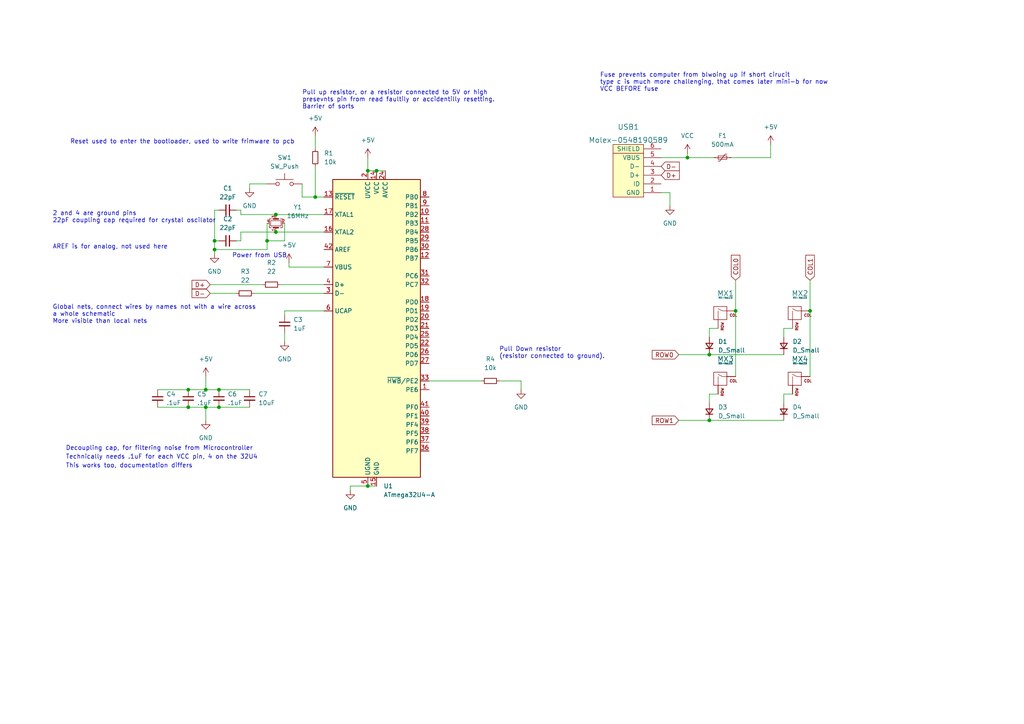
<source format=kicad_sch>
(kicad_sch (version 20211123) (generator eeschema)
  (paper "A4")
  (lib_symbols
    (symbol "Device:C_Small" (pin_numbers hide) (pin_names (offset 0.254) hide)
      (property "Reference" "C" (at 0.254 1.778 0))
      (property "Value" "C_Small" (at 0.254 -2.032 0))
      (symbol "C_Small_0_1"
        (polyline (pts (xy -1.524 -0.508) (xy 1.524 -0.508)) (stroke (width 0.3302)))
        (polyline (pts (xy -1.524 0.508) (xy 1.524 0.508)) (stroke (width 0.3048)))
      )
      (symbol "C_Small_1_1"
        (pin passive line (at 0 2.54 270) (length 2.032) (name "~") (number "1"))
        (pin passive line (at 0 -2.54 90) (length 2.032) (name "~") (number "2"))
      )
    )
    (symbol "Device:Crystal_GND24_Small" (pin_names (offset 1.016) hide)
      (property "Reference" "Y" (at 1.27 4.445 0))
      (property "Value" "Crystal_GND24_Small" (at 1.27 2.54 0))
      (symbol "Crystal_GND24_Small_0_1"
        (rectangle (start -0.762 -1.524) (end 0.762 1.524))
        (polyline (pts (xy -1.27 -0.762) (xy -1.27 0.762)) (stroke (width 0.381)))
        (polyline (pts (xy 1.27 -0.762) (xy 1.27 0.762)) (stroke (width 0.381)))
        (polyline (pts (xy -1.27 -1.27) (xy -1.27 -1.905) (xy 1.27 -1.905) (xy 1.27 -1.27)))
        (polyline (pts (xy -1.27 1.27) (xy -1.27 1.905) (xy 1.27 1.905) (xy 1.27 1.27)))
      )
      (symbol "Crystal_GND24_Small_1_1"
        (pin passive line (at -2.54 0 0) (length 1.27) (name "1") (number "1"))
        (pin passive line (at 0 -2.54 90) (length 0.635) (name "2") (number "2"))
        (pin passive line (at 2.54 0 180) (length 1.27) (name "3") (number "3"))
        (pin passive line (at 0 2.54 270) (length 0.635) (name "4") (number "4"))
      )
    )
    (symbol "Device:D_Small" (pin_numbers hide) (pin_names (offset 0.254) hide)
      (property "Reference" "D" (at -1.27 2.032 0))
      (property "Value" "D_Small" (at -3.81 -2.032 0))
      (symbol "D_Small_0_1"
        (polyline (pts (xy -0.762 -1.016) (xy -0.762 1.016)) (stroke (width 0.254)))
        (polyline (pts (xy -0.762 0) (xy 0.762 0)))
        (polyline (pts (xy 0.762 -1.016) (xy -0.762 0) (xy 0.762 1.016) (xy 0.762 -1.016)) (stroke (width 0.254)))
      )
      (symbol "D_Small_1_1"
        (pin passive line (at -2.54 0 0) (length 1.778) (name "K") (number "1"))
        (pin passive line (at 2.54 0 180) (length 1.778) (name "A") (number "2"))
      )
    )
    (symbol "Device:Polyfuse_Small" (pin_numbers hide) (pin_names (offset 0))
      (property "Reference" "F" (at -1.905 0 90))
      (property "Value" "Polyfuse_Small" (at 1.905 0 90))
      (symbol "Polyfuse_Small_0_1"
        (rectangle (start -0.508 1.27) (end 0.508 -1.27))
        (polyline (pts (xy 0 2.54) (xy 0 -2.54)))
        (polyline (pts (xy -1.016 1.27) (xy -1.016 0.762) (xy 1.016 -0.762) (xy 1.016 -1.27)))
      )
      (symbol "Polyfuse_Small_1_1"
        (pin passive line (at 0 2.54 270) (length 0.635) (name "~") (number "1"))
        (pin passive line (at 0 -2.54 90) (length 0.635) (name "~") (number "2"))
      )
    )
    (symbol "Device:R_Small" (pin_numbers hide) (pin_names (offset 0.254) hide)
      (property "Reference" "R" (at 0.762 0.508 0))
      (property "Value" "R_Small" (at 0.762 -1.016 0))
      (symbol "R_Small_0_1"
        (rectangle (start -0.762 1.778) (end 0.762 -1.778) (stroke (width 0.2032)))
      )
      (symbol "R_Small_1_1"
        (pin passive line (at 0 2.54 270) (length 0.762) (name "~") (number "1"))
        (pin passive line (at 0 -2.54 90) (length 0.762) (name "~") (number "2"))
      )
    )
    (symbol "MCU_Microchip_ATmega:ATmega32U4-A"
      (property "Reference" "U" (at -12.7 44.45 0))
      (property "Value" "ATmega32U4-A" (at 2.54 -44.45 0))
      (symbol "ATmega32U4-A_0_1"
        (rectangle (start -12.7 -43.18) (end 12.7 43.18) (stroke (width 0.254)) (fill (type background)))
      )
      (symbol "ATmega32U4-A_1_1"
        (pin bidirectional line (at 15.24 -17.78 180) (length 2.54) (name "PE6") (number "1"))
        (pin bidirectional line (at 15.24 33.02 180) (length 2.54) (name "PB2") (number "10"))
        (pin bidirectional line (at 15.24 30.48 180) (length 2.54) (name "PB3") (number "11"))
        (pin bidirectional line (at 15.24 20.32 180) (length 2.54) (name "PB7") (number "12"))
        (pin input line (at -15.24 38.1 0) (length 2.54) (name "~{RESET}") (number "13"))
        (pin power_in line (at 0 45.72 270) (length 2.54) (name "VCC") (number "14"))
        (pin power_in line (at 0 -45.72 90) (length 2.54) (name "GND") (number "15"))
        (pin output line (at -15.24 27.94 0) (length 2.54) (name "XTAL2") (number "16"))
        (pin input line (at -15.24 33.02 0) (length 2.54) (name "XTAL1") (number "17"))
        (pin bidirectional line (at 15.24 7.62 180) (length 2.54) (name "PD0") (number "18"))
        (pin bidirectional line (at 15.24 5.08 180) (length 2.54) (name "PD1") (number "19"))
        (pin power_in line (at -2.54 45.72 270) (length 2.54) (name "UVCC") (number "2"))
        (pin bidirectional line (at 15.24 2.54 180) (length 2.54) (name "PD2") (number "20"))
        (pin bidirectional line (at 15.24 0 180) (length 2.54) (name "PD3") (number "21"))
        (pin bidirectional line (at 15.24 -5.08 180) (length 2.54) (name "PD5") (number "22"))
        (pin passive line (at 0 -45.72 90) (length 2.54) hide (name "GND") (number "23"))
        (pin power_in line (at 2.54 45.72 270) (length 2.54) (name "AVCC") (number "24"))
        (pin bidirectional line (at 15.24 -2.54 180) (length 2.54) (name "PD4") (number "25"))
        (pin bidirectional line (at 15.24 -7.62 180) (length 2.54) (name "PD6") (number "26"))
        (pin bidirectional line (at 15.24 -10.16 180) (length 2.54) (name "PD7") (number "27"))
        (pin bidirectional line (at 15.24 27.94 180) (length 2.54) (name "PB4") (number "28"))
        (pin bidirectional line (at 15.24 25.4 180) (length 2.54) (name "PB5") (number "29"))
        (pin bidirectional line (at -15.24 10.16 0) (length 2.54) (name "D-") (number "3"))
        (pin bidirectional line (at 15.24 22.86 180) (length 2.54) (name "PB6") (number "30"))
        (pin bidirectional line (at 15.24 15.24 180) (length 2.54) (name "PC6") (number "31"))
        (pin bidirectional line (at 15.24 12.7 180) (length 2.54) (name "PC7") (number "32"))
        (pin bidirectional line (at 15.24 -15.24 180) (length 2.54) (name "~{HWB}/PE2") (number "33"))
        (pin passive line (at 0 45.72 270) (length 2.54) hide (name "VCC") (number "34"))
        (pin passive line (at 0 -45.72 90) (length 2.54) hide (name "GND") (number "35"))
        (pin bidirectional line (at 15.24 -35.56 180) (length 2.54) (name "PF7") (number "36"))
        (pin bidirectional line (at 15.24 -33.02 180) (length 2.54) (name "PF6") (number "37"))
        (pin bidirectional line (at 15.24 -30.48 180) (length 2.54) (name "PF5") (number "38"))
        (pin bidirectional line (at 15.24 -27.94 180) (length 2.54) (name "PF4") (number "39"))
        (pin bidirectional line (at -15.24 12.7 0) (length 2.54) (name "D+") (number "4"))
        (pin bidirectional line (at 15.24 -25.4 180) (length 2.54) (name "PF1") (number "40"))
        (pin bidirectional line (at 15.24 -22.86 180) (length 2.54) (name "PF0") (number "41"))
        (pin passive line (at -15.24 22.86 0) (length 2.54) (name "AREF") (number "42"))
        (pin passive line (at 0 -45.72 90) (length 2.54) hide (name "GND") (number "43"))
        (pin passive line (at 2.54 45.72 270) (length 2.54) hide (name "AVCC") (number "44"))
        (pin passive line (at -2.54 -45.72 90) (length 2.54) (name "UGND") (number "5"))
        (pin passive line (at -15.24 5.08 0) (length 2.54) (name "UCAP") (number "6"))
        (pin input line (at -15.24 17.78 0) (length 2.54) (name "VBUS") (number "7"))
        (pin bidirectional line (at 15.24 38.1 180) (length 2.54) (name "PB0") (number "8"))
        (pin bidirectional line (at 15.24 35.56 180) (length 2.54) (name "PB1") (number "9"))
      )
    )
    (symbol "MX_Alps_Hybrid:MX-NoLED" (pin_names (offset 1.016))
      (property "Reference" "MX" (at -0.635 3.81 0))
      (property "Value" "MX-NoLED" (at -0.635 1.27 0))
      (symbol "MX-NoLED_0_0"
        (rectangle (start -2.54 2.54) (end 1.27 -1.27))
        (polyline (pts (xy -1.27 -1.27) (xy -1.27 1.27)) (stroke (width 0.127)))
        (polyline (pts (xy 1.27 1.27) (xy 0 1.27) (xy -1.27 1.905)) (stroke (width 0.127)))
        (text "COL" (at 3.175 0 0) (effects (font (size 0.762 0.762))))
        (text "ROW" (at 0 -1.905 900) (effects (font (size 0.762 0.762)) (justify right)))
      )
      (symbol "MX-NoLED_1_1"
        (pin passive line (at 3.81 1.27 180) (length 2.54) (name "COL") (number "1"))
        (pin passive line (at -1.27 -3.81 90) (length 2.54) (name "ROW") (number "2"))
      )
    )
    (symbol "Switch:SW_Push" (pin_numbers hide) (pin_names (offset 1.016) hide)
      (property "Reference" "SW" (at 1.27 2.54 0))
      (property "Value" "SW_Push" (at 0 -1.524 0))
      (symbol "SW_Push_0_1"
        (circle (center -2.032 0) (radius 0.508))
        (polyline (pts (xy 0 1.27) (xy 0 3.048)))
        (polyline (pts (xy 2.54 1.27) (xy -2.54 1.27)))
        (circle (center 2.032 0) (radius 0.508))
        (pin passive line (at -5.08 0 0) (length 2.54) (name "1") (number "1"))
        (pin passive line (at 5.08 0 180) (length 2.54) (name "2") (number "2"))
      )
    )
    (symbol "power:+5V" (power) (pin_names (offset 0))
      (property "Value" "+5V" (at 0 3.556 0))
      (symbol "+5V_0_1"
        (polyline (pts (xy -0.762 1.27) (xy 0 2.54)))
        (polyline (pts (xy 0 0) (xy 0 2.54)))
        (polyline (pts (xy 0 2.54) (xy 0.762 1.27)))
      )
      (symbol "+5V_1_1"
        (pin power_in line (at 0 0 90) (length 0) hide (name "+5V") (number "1"))
      )
    )
    (symbol "power:GND" (power) (pin_names (offset 0))
      (property "Value" "GND" (at 0 -3.81 0))
      (symbol "GND_0_1"
        (polyline (pts (xy 0 0) (xy 0 -1.27) (xy 1.27 -1.27) (xy 0 -2.54) (xy -1.27 -1.27) (xy 0 -1.27)))
      )
      (symbol "GND_1_1"
        (pin power_in line (at 0 0 270) (length 0) hide (name "GND") (number "1"))
      )
    )
    (symbol "power:VCC" (power) (pin_names (offset 0))
      (property "Value" "VCC" (at 0 3.81 0))
      (symbol "VCC_0_1"
        (polyline (pts (xy -0.762 1.27) (xy 0 2.54)))
        (polyline (pts (xy 0 0) (xy 0 2.54)))
        (polyline (pts (xy 0 2.54) (xy 0.762 1.27)))
      )
      (symbol "VCC_1_1"
        (pin power_in line (at 0 0 90) (length 0) hide (name "VCC") (number "1"))
      )
    )
    (symbol "random-keyboard-parts:Molex-0548190589" (pin_names (offset 1.016))
      (property "Reference" "USB" (at 0 7.62 0))
      (property "Value" "Molex-0548190589" (at 0 10.16 0))
      (symbol "Molex-0548190589_0_0"
        (polyline (pts (xy 6.35 -2.54) (xy 6.35 6.35)))
        (rectangle (start 8.89 -2.54) (end -6.35 6.35) (fill (type background)))
      )
      (symbol "Molex-0548190589_1_1"
        (pin input line (at -5.08 -7.62 90) (length 5.08) (name "GND") (number "1"))
        (pin input line (at -2.54 -7.62 90) (length 5.08) (name "ID") (number "2"))
        (pin input line (at 0 -7.62 90) (length 5.08) (name "D+") (number "3"))
        (pin input line (at 2.54 -7.62 90) (length 5.08) (name "D-") (number "4"))
        (pin input line (at 5.08 -7.62 90) (length 5.08) (name "VBUS") (number "5"))
        (pin input line (at 7.62 -7.62 90) (length 5.08) (name "SHIELD") (number "6"))
      )
    )
  )
  (junction (at 205.74 121.92))
  (junction (at 62.23 72.39))
  (junction (at 63.5 113.03))
  (junction (at 63.5 118.11))
  (junction (at 205.74 102.87))
  (junction (at 77.47 69.85))
  (junction (at 80.01 62.23))
  (junction (at 54.61 113.03))
  (junction (at 106.68 140.97))
  (junction (at 62.23 69.85))
  (junction (at 109.22 49.53))
  (junction (at 213.36 90.17))
  (junction (at 80.01 67.31))
  (junction (at 199.39 45.72))
  (junction (at 59.69 118.11))
  (junction (at 59.69 113.03))
  (junction (at 234.95 90.17))
  (junction (at 91.44 57.15))
  (junction (at 106.68 49.53))
  (junction (at 54.61 118.11))
  (wire (pts (xy 205.74 95.25) (xy 205.74 97.79)))
  (wire (pts (xy 62.23 69.85) (xy 62.23 72.39)))
  (wire (pts (xy 69.85 62.23) (xy 69.85 60.96)))
  (wire (pts (xy 77.47 64.77) (xy 77.47 69.85)))
  (wire (pts (xy 101.6 140.97) (xy 101.6 142.24)))
  (wire (pts (xy 59.69 109.22) (xy 59.69 113.03)))
  (wire (pts (xy 80.01 62.23) (xy 93.98 62.23)))
  (wire (pts (xy 194.31 55.88) (xy 194.31 59.69)))
  (wire (pts (xy 106.68 140.97) (xy 109.22 140.97)))
  (wire (pts (xy 81.28 82.55) (xy 93.98 82.55)))
  (wire (pts (xy 60.96 82.55) (xy 76.2 82.55)))
  (wire (pts (xy 213.36 81.28) (xy 213.36 90.17)))
  (wire (pts (xy 205.74 114.3) (xy 205.74 116.84)))
  (wire (pts (xy 45.72 118.11) (xy 54.61 118.11)))
  (wire (pts (xy 82.55 69.85) (xy 77.47 69.85)))
  (wire (pts (xy 234.95 81.28) (xy 234.95 90.17)))
  (wire (pts (xy 62.23 72.39) (xy 77.47 72.39)))
  (wire (pts (xy 234.95 90.17) (xy 234.95 109.22)))
  (wire (pts (xy 59.69 118.11) (xy 63.5 118.11)))
  (wire (pts (xy 109.22 49.53) (xy 111.76 49.53)))
  (wire (pts (xy 205.74 102.87) (xy 227.33 102.87)))
  (wire (pts (xy 229.87 95.25) (xy 227.33 95.25)))
  (wire (pts (xy 82.55 96.52) (xy 82.55 99.06)))
  (wire (pts (xy 199.39 45.72) (xy 207.01 45.72)))
  (wire (pts (xy 91.44 39.37) (xy 91.44 43.18)))
  (wire (pts (xy 72.39 54.61) (xy 72.39 53.34)))
  (wire (pts (xy 62.23 72.39) (xy 62.23 73.66)))
  (wire (pts (xy 54.61 113.03) (xy 59.69 113.03)))
  (wire (pts (xy 124.46 110.49) (xy 139.7 110.49)))
  (wire (pts (xy 72.39 53.34) (xy 77.47 53.34)))
  (wire (pts (xy 227.33 95.25) (xy 227.33 97.79)))
  (wire (pts (xy 91.44 48.26) (xy 91.44 57.15)))
  (wire (pts (xy 191.77 45.72) (xy 199.39 45.72)))
  (wire (pts (xy 73.66 85.09) (xy 93.98 85.09)))
  (wire (pts (xy 223.52 45.72) (xy 223.52 41.91)))
  (wire (pts (xy 69.85 62.23) (xy 80.01 62.23)))
  (wire (pts (xy 68.58 60.96) (xy 69.85 60.96)))
  (wire (pts (xy 45.72 113.03) (xy 54.61 113.03)))
  (wire (pts (xy 196.85 121.92) (xy 205.74 121.92)))
  (wire (pts (xy 83.82 77.47) (xy 93.98 77.47)))
  (wire (pts (xy 83.82 76.2) (xy 83.82 77.47)))
  (wire (pts (xy 63.5 69.85) (xy 62.23 69.85)))
  (wire (pts (xy 151.13 110.49) (xy 151.13 113.03)))
  (wire (pts (xy 62.23 69.85) (xy 62.23 60.96)))
  (wire (pts (xy 106.68 45.72) (xy 106.68 49.53)))
  (wire (pts (xy 106.68 49.53) (xy 109.22 49.53)))
  (wire (pts (xy 227.33 114.3) (xy 227.33 116.84)))
  (wire (pts (xy 69.85 69.85) (xy 68.58 69.85)))
  (wire (pts (xy 54.61 118.11) (xy 59.69 118.11)))
  (wire (pts (xy 82.55 64.77) (xy 82.55 69.85)))
  (wire (pts (xy 60.96 85.09) (xy 68.58 85.09)))
  (wire (pts (xy 213.36 90.17) (xy 213.36 109.22)))
  (wire (pts (xy 80.01 67.31) (xy 69.85 67.31)))
  (wire (pts (xy 191.77 55.88) (xy 194.31 55.88)))
  (wire (pts (xy 208.28 95.25) (xy 205.74 95.25)))
  (wire (pts (xy 101.6 140.97) (xy 106.68 140.97)))
  (wire (pts (xy 196.85 102.87) (xy 205.74 102.87)))
  (wire (pts (xy 212.09 45.72) (xy 223.52 45.72)))
  (wire (pts (xy 59.69 113.03) (xy 63.5 113.03)))
  (wire (pts (xy 77.47 69.85) (xy 77.47 72.39)))
  (wire (pts (xy 63.5 118.11) (xy 72.39 118.11)))
  (wire (pts (xy 208.28 114.3) (xy 205.74 114.3)))
  (wire (pts (xy 82.55 90.17) (xy 93.98 90.17)))
  (wire (pts (xy 62.23 60.96) (xy 63.5 60.96)))
  (wire (pts (xy 82.55 91.44) (xy 82.55 90.17)))
  (wire (pts (xy 69.85 67.31) (xy 69.85 69.85)))
  (wire (pts (xy 229.87 114.3) (xy 227.33 114.3)))
  (wire (pts (xy 91.44 57.15) (xy 93.98 57.15)))
  (wire (pts (xy 199.39 44.45) (xy 199.39 45.72)))
  (wire (pts (xy 87.63 57.15) (xy 91.44 57.15)))
  (wire (pts (xy 144.78 110.49) (xy 151.13 110.49)))
  (wire (pts (xy 59.69 118.11) (xy 59.69 121.92)))
  (wire (pts (xy 87.63 53.34) (xy 87.63 57.15)))
  (wire (pts (xy 93.98 67.31) (xy 80.01 67.31)))
  (wire (pts (xy 205.74 121.92) (xy 227.33 121.92)))
  (wire (pts (xy 63.5 113.03) (xy 72.39 113.03)))
  (text "Decoupling cap, for filtering noise from Microcontroller" (at 19.05 130.81 0) (effects (font (size 1.27 1.27)) (justify left bottom)))
  (text "Reset used to enter the bootloader, used to write frimware to pcb\n" (at 20.32 41.91 0) (effects (font (size 1.27 1.27)) (justify left bottom)))
  (text "Global nets, connect wires by names not with a wire across\na whole schematic\nMore visible than local nets\n" (at 15.24 93.98 0) (effects (font (size 1.27 1.27)) (justify left bottom)))
  (text "This works too, documentation differs\n" (at 19.05 135.89 0) (effects (font (size 1.27 1.27)) (justify left bottom)))
  (text "AREF is for analog, not used here\n" (at 15.24 72.39 0) (effects (font (size 1.27 1.27)) (justify left bottom)))
  (text "Fuse prevents computer from blwoing up if short cirucit\ntype c is much more challenging, that comes later mini-b for now\nVCC BEFORE fuse" (at 173.99 26.67 0) (effects (font (size 1.27 1.27)) (justify left bottom)))
  (text "2 and 4 are ground pins\n22pF coupling cap required for crystal oscilator\n" (at 15.24 64.77 0) (effects (font (size 1.27 1.27)) (justify left bottom)))
  (text "Technically needs .1uF for each VCC pin, 4 on the 32U4\n" (at 19.05 133.35 0) (effects (font (size 1.27 1.27)) (justify left bottom)))
  (text "Power from USB\n" (at 67.31 74.93 0) (effects (font (size 1.27 1.27)) (justify left bottom)))
  (text "Pull up resistor, or a resistor connected to 5V or high\npresevnts pin from read faultily or accidentilly resetting.\nBarrier of sorts\n" (at 87.63 31.75 0) (effects (font (size 1.27 1.27)) (justify left bottom)))
  (text "Pull Down resistor \n(resistor connected to ground)." (at 144.78 104.14 0) (effects (font (size 1.27 1.27)) (justify left bottom)))
  (global_label "D+" (shape input) (at 191.77 50.8 0) (property "Intersheet References" "${INTERSHEET_REFS}" (effects hide)))
  (global_label "D+" (shape input) (at 60.96 82.55 180) (property "Intersheet References" "${INTERSHEET_REFS}" (effects hide)))
  (global_label "D-" (shape input) (at 60.96 85.09 180) (property "Intersheet References" "${INTERSHEET_REFS}" (effects hide)))
  (global_label "D-" (shape input) (at 191.77 48.26 0) (property "Intersheet References" "${INTERSHEET_REFS}" (effects hide)))
  (global_label "ROW0" (shape input) (at 196.85 102.87 180) (property "Intersheet References" "${INTERSHEET_REFS}" (effects hide)))
  (global_label "ROW1" (shape input) (at 196.85 121.92 180) (property "Intersheet References" "${INTERSHEET_REFS}" (effects hide)))
  (global_label "COL0" (shape input) (at 213.36 81.28 90) (property "Intersheet References" "${INTERSHEET_REFS}" (effects hide)))
  (global_label "COL1" (shape input) (at 234.95 81.28 90) (property "Intersheet References" "${INTERSHEET_REFS}" (effects hide)))
  (symbol (lib_id "power:VCC") (at 199.39 44.45 0) (unit 1)
    (property "Reference" "#PWR0112" (effects hide))
    (property "Value" "VCC" (at 199.39 39.37 0))
  )
  (symbol (lib_id "MCU_Microchip_ATmega:ATmega32U4-A") (at 109.22 95.25 0) (unit 1)
    (property "Reference" "U1" (at 111.2394 140.97 0) (effects (justify left)))
    (property "Value" "ATmega32U4-A" (at 111.2394 143.51 0) (effects (justify left)))
    (property "Footprint" "Package_QFP:TQFP-44_10x10mm_P0.8mm" (effects hide))
    (property "Datasheet" "http://ww1.microchip.com/downloads/en/DeviceDoc/Atmel-7766-8-bit-AVR-ATmega16U4-32U4_Datasheet.pdf" (effects hide))
  )
  (symbol (lib_id "Device:R_Small") (at 71.12 85.09 90) (unit 1)
    (property "Reference" "R3" (at 71.12 78.74 90))
    (property "Value" "22" (at 71.12 81.28 90))
    (property "Footprint" "Resistor_SMD:R_0805_2012Metric" (effects hide))
  )
  (symbol (lib_id "MX_Alps_Hybrid:MX-NoLED") (at 209.55 91.44 0) (unit 1)
    (property "Reference" "MX1" (at 210.4356 85.09 0) (effects (font (size 1.524 1.524))))
    (property "Value" "MX-NoLED" (at 210.4356 86.36 0) (effects (font (size 0.508 0.508))))
    (property "Footprint" "MX_Alps_Hybrid:MX-1U" (effects hide))
  )
  (symbol (lib_id "power:+5V") (at 106.68 45.72 0) (unit 1)
    (property "Reference" "#PWR0109" (effects hide))
    (property "Value" "+5V" (at 106.68 40.64 0))
  )
  (symbol (lib_id "random-keyboard-parts:Molex-0548190589") (at 184.15 50.8 90) (unit 1)
    (property "Reference" "USB1" (at 182.245 36.83 90) (effects (font (size 1.524 1.524))))
    (property "Value" "Molex-0548190589" (at 182.245 40.64 90) (effects (font (size 1.524 1.524))))
    (property "Footprint" "random-keyboard-parts:Molex-0548190589" (effects hide))
  )
  (symbol (lib_id "power:GND") (at 194.31 59.69 0) (unit 1)
    (property "Reference" "#PWR0113" (effects hide))
    (property "Value" "GND" (at 194.31 64.77 0))
  )
  (symbol (lib_id "Device:R_Small") (at 91.44 45.72 0) (unit 1)
    (property "Reference" "R1" (at 93.98 44.4499 0) (effects (justify left)))
    (property "Value" "10k" (at 93.98 46.9899 0) (effects (justify left)))
    (property "Footprint" "Resistor_SMD:R_0805_2012Metric" (effects hide))
  )
  (symbol (lib_id "Device:C_Small") (at 72.39 115.57 0) (unit 1)
    (property "Reference" "C7" (at 74.93 114.3062 0) (effects (justify left)))
    (property "Value" "10uF" (at 74.93 116.8462 0) (effects (justify left)))
    (property "Footprint" "Capacitor_SMD:C_0805_2012Metric" (effects hide))
  )
  (symbol (lib_id "power:+5V") (at 83.82 76.2 0) (unit 1)
    (property "Reference" "#PWR0101" (effects hide))
    (property "Value" "+5V" (at 83.82 71.12 0))
  )
  (symbol (lib_id "Device:Polyfuse_Small") (at 209.55 45.72 90) (unit 1)
    (property "Reference" "F1" (at 209.55 39.37 90))
    (property "Value" "500mA" (at 209.55 41.91 90))
    (property "Footprint" "Fuse:Fuse_1206_3216Metric" (effects hide))
  )
  (symbol (lib_id "Device:C_Small") (at 66.04 60.96 90) (unit 1)
    (property "Reference" "C1" (at 66.0463 54.61 90))
    (property "Value" "22pF" (at 66.0463 57.15 90))
    (property "Footprint" "Capacitor_SMD:C_0805_2012Metric" (effects hide))
  )
  (symbol (lib_id "Device:R_Small") (at 142.24 110.49 90) (unit 1)
    (property "Reference" "R4" (at 142.24 104.14 90))
    (property "Value" "10k" (at 142.24 106.68 90))
    (property "Footprint" "Resistor_SMD:R_0805_2012Metric" (effects hide))
  )
  (symbol (lib_id "Switch:SW_Push") (at 82.55 53.34 0) (unit 1)
    (property "Reference" "SW1" (at 82.55 45.72 0))
    (property "Value" "SW_Push" (at 82.55 48.26 0))
    (property "Footprint" "random-keyboard-parts:SKQG-1155865" (effects hide))
  )
  (symbol (lib_id "power:GND") (at 72.39 54.61 0) (unit 1)
    (property "Reference" "#PWR0108" (effects hide))
    (property "Value" "GND" (at 72.39 59.69 0))
  )
  (symbol (lib_id "Device:C_Small") (at 82.55 93.98 0) (unit 1)
    (property "Reference" "C3" (at 85.09 92.7162 0) (effects (justify left)))
    (property "Value" "1uF" (at 85.09 95.2562 0) (effects (justify left)))
    (property "Footprint" "Capacitor_SMD:C_0805_2012Metric" (effects hide))
  )
  (symbol (lib_id "MX_Alps_Hybrid:MX-NoLED") (at 209.55 110.49 0) (unit 1)
    (property "Reference" "MX3" (at 210.4356 104.14 0) (effects (font (size 1.524 1.524))))
    (property "Value" "MX-NoLED" (at 210.4356 105.41 0) (effects (font (size 0.508 0.508))))
    (property "Footprint" "MX_Alps_Hybrid:MX-1U" (effects hide))
  )
  (symbol (lib_id "power:+5V") (at 59.69 109.22 0) (unit 1)
    (property "Reference" "#PWR0107" (effects hide))
    (property "Value" "+5V" (at 59.69 104.14 0))
  )
  (symbol (lib_id "power:GND") (at 59.69 121.92 0) (unit 1)
    (property "Reference" "#PWR0106" (effects hide))
    (property "Value" "GND" (at 59.69 127 0))
  )
  (symbol (lib_id "Device:D_Small") (at 205.74 119.38 90) (unit 1)
    (property "Reference" "D3" (at 208.28 118.1099 90) (effects (justify right)))
    (property "Value" "D_Small" (at 208.28 120.6499 90) (effects (justify right)))
    (property "Footprint" "Diode_SMD:D_SOD-123" (effects hide))
  )
  (symbol (lib_id "Device:D_Small") (at 227.33 119.38 90) (unit 1)
    (property "Reference" "D4" (at 229.87 118.1099 90) (effects (justify right)))
    (property "Value" "D_Small" (at 229.87 120.6499 90) (effects (justify right)))
    (property "Footprint" "Diode_SMD:D_SOD-123" (effects hide))
  )
  (symbol (lib_id "power:GND") (at 82.55 99.06 0) (unit 1)
    (property "Reference" "#PWR0105" (effects hide))
    (property "Value" "GND" (at 82.55 104.14 0))
  )
  (symbol (lib_id "MX_Alps_Hybrid:MX-NoLED") (at 231.14 91.44 0) (unit 1)
    (property "Reference" "MX2" (at 232.0256 85.09 0) (effects (font (size 1.524 1.524))))
    (property "Value" "MX-NoLED" (at 232.0256 86.36 0) (effects (font (size 0.508 0.508))))
    (property "Footprint" "MX_Alps_Hybrid:MX-1U" (effects hide))
  )
  (symbol (lib_id "power:+5V") (at 91.44 39.37 0) (unit 1)
    (property "Reference" "#PWR0110" (effects hide))
    (property "Value" "+5V" (at 91.44 34.29 0))
  )
  (symbol (lib_id "power:+5V") (at 223.52 41.91 0) (unit 1)
    (property "Reference" "#PWR0111" (effects hide))
    (property "Value" "+5V" (at 223.52 36.83 0))
  )
  (symbol (lib_id "MX_Alps_Hybrid:MX-NoLED") (at 231.14 110.49 0) (unit 1)
    (property "Reference" "MX4" (at 232.0256 104.14 0) (effects (font (size 1.524 1.524))))
    (property "Value" "MX-NoLED" (at 232.0256 105.41 0) (effects (font (size 0.508 0.508))))
    (property "Footprint" "MX_Alps_Hybrid:MX-1U" (effects hide))
  )
  (symbol (lib_id "power:GND") (at 62.23 73.66 0) (unit 1)
    (property "Reference" "#PWR0102" (effects hide))
    (property "Value" "GND" (at 62.23 78.74 0))
  )
  (symbol (lib_id "Device:C_Small") (at 45.72 115.57 0) (unit 1)
    (property "Reference" "C4" (at 48.26 114.3062 0) (effects (justify left)))
    (property "Value" ".1uF" (at 48.26 116.8462 0) (effects (justify left)))
    (property "Footprint" "Capacitor_SMD:C_0805_2012Metric" (effects hide))
  )
  (symbol (lib_id "Device:R_Small") (at 78.74 82.55 90) (unit 1)
    (property "Reference" "R2" (at 78.74 76.2 90))
    (property "Value" "22" (at 78.74 78.74 90))
    (property "Footprint" "Resistor_SMD:R_0805_2012Metric" (effects hide))
  )
  (symbol (lib_id "Device:D_Small") (at 205.74 100.33 90) (unit 1)
    (property "Reference" "D1" (at 208.28 99.0599 90) (effects (justify right)))
    (property "Value" "D_Small" (at 208.28 101.5999 90) (effects (justify right)))
    (property "Footprint" "Diode_SMD:D_SOD-123" (effects hide))
  )
  (symbol (lib_id "Device:C_Small") (at 66.04 69.85 90) (unit 1)
    (property "Reference" "C2" (at 66.0463 63.5 90))
    (property "Value" "22pF" (at 66.0463 66.04 90))
    (property "Footprint" "Capacitor_SMD:C_0805_2012Metric" (effects hide))
  )
  (symbol (lib_id "power:GND") (at 101.6 142.24 0) (unit 1)
    (property "Reference" "#PWR0103" (effects hide))
    (property "Value" "GND" (at 101.6 147.32 0))
  )
  (symbol (lib_id "Device:C_Small") (at 54.61 115.57 0) (unit 1)
    (property "Reference" "C5" (at 57.15 114.3062 0) (effects (justify left)))
    (property "Value" ".1uF" (at 57.15 116.8462 0) (effects (justify left)))
    (property "Footprint" "Capacitor_SMD:C_0805_2012Metric" (effects hide))
  )
  (symbol (lib_id "power:GND") (at 151.13 113.03 0) (unit 1)
    (property "Reference" "#PWR0104" (effects hide))
    (property "Value" "GND" (at 151.13 118.11 0))
  )
  (symbol (lib_id "Device:D_Small") (at 227.33 100.33 90) (unit 1)
    (property "Reference" "D2" (at 229.87 99.0599 90) (effects (justify right)))
    (property "Value" "D_Small" (at 229.87 101.5999 90) (effects (justify right)))
    (property "Footprint" "Diode_SMD:D_SOD-123" (effects hide))
  )
  (symbol (lib_id "Device:Crystal_GND24_Small") (at 80.01 64.77 90) (unit 1)
    (property "Reference" "Y1" (at 86.36 60.071 90))
    (property "Value" "16MHz" (at 86.36 62.611 90))
    (property "Footprint" "Crystal:Crystal_SMD_3225-4Pin_3.2x2.5mm" (effects hide))
  )
  (symbol (lib_id "Device:C_Small") (at 63.5 115.57 0) (unit 1)
    (property "Reference" "C6" (at 66.04 114.3062 0) (effects (justify left)))
    (property "Value" ".1uF" (at 66.04 116.8462 0) (effects (justify left)))
    (property "Footprint" "Capacitor_SMD:C_0805_2012Metric" (effects hide))
  )
)
</source>
